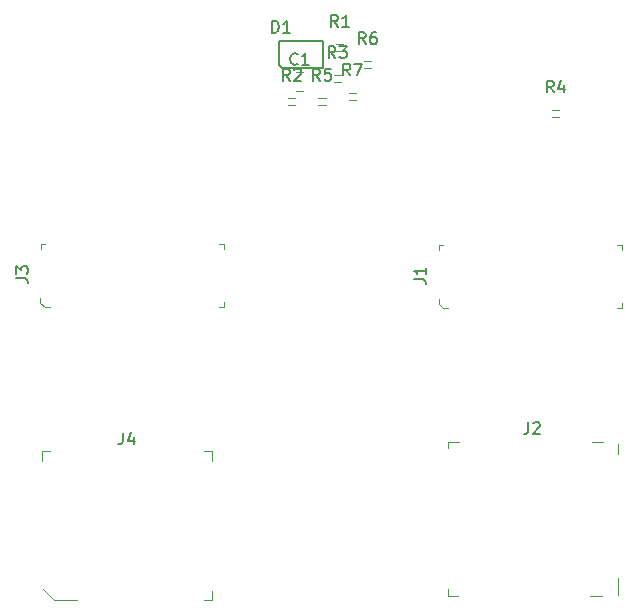
<source format=gbr>
G04 #@! TF.GenerationSoftware,KiCad,Pcbnew,5.0.2+dfsg1-1*
G04 #@! TF.CreationDate,2019-08-26T09:35:30+01:00*
G04 #@! TF.ProjectId,HDMI_SD_expansion,48444d49-5f53-4445-9f65-7870616e7369,rev?*
G04 #@! TF.SameCoordinates,Original*
G04 #@! TF.FileFunction,Legend,Top*
G04 #@! TF.FilePolarity,Positive*
%FSLAX46Y46*%
G04 Gerber Fmt 4.6, Leading zero omitted, Abs format (unit mm)*
G04 Created by KiCad (PCBNEW 5.0.2+dfsg1-1) date Mon 26 Aug 2019 09:35:30 BST*
%MOMM*%
%LPD*%
G01*
G04 APERTURE LIST*
%ADD10C,0.120000*%
%ADD11C,0.150000*%
%ADD12C,0.100000*%
G04 APERTURE END LIST*
D10*
G04 #@! TO.C,R7*
X140975001Y-80755001D02*
X141575001Y-80755001D01*
X140975001Y-80155001D02*
X141575001Y-80155001D01*
G04 #@! TO.C,R6*
X142275001Y-77505001D02*
X142875001Y-77505001D01*
X142275001Y-78105001D02*
X142875001Y-78105001D01*
G04 #@! TO.C,R5*
X138425001Y-81195001D02*
X139025001Y-81195001D01*
X138425001Y-80595001D02*
X139025001Y-80595001D01*
G04 #@! TO.C,R4*
X158200000Y-81600000D02*
X158800000Y-81600000D01*
X158200000Y-82200000D02*
X158800000Y-82200000D01*
G04 #@! TO.C,R3*
X139725001Y-79285001D02*
X140325001Y-79285001D01*
X139725001Y-78685001D02*
X140325001Y-78685001D01*
G04 #@! TO.C,R2*
X135875001Y-80595001D02*
X136475001Y-80595001D01*
X135875001Y-81195001D02*
X136475001Y-81195001D01*
G04 #@! TO.C,R1*
X139925001Y-76635001D02*
X140525001Y-76635001D01*
X139925001Y-76035001D02*
X140525001Y-76035001D01*
G04 #@! TO.C,C1*
X136505001Y-80005001D02*
X137105001Y-80005001D01*
X136525001Y-78405001D02*
X137125001Y-78405001D01*
D11*
G04 #@! TO.C,D1*
X135325001Y-78075001D02*
X135075001Y-77825001D01*
X135075001Y-77825001D02*
X135075001Y-75775001D01*
X135075001Y-75775001D02*
X138775001Y-75775001D01*
X138775001Y-75775001D02*
X138775001Y-78075001D01*
X138775001Y-78075001D02*
X135325001Y-78075001D01*
D12*
G04 #@! TO.C,J4*
X129400000Y-123100000D02*
X128700000Y-123100000D01*
X129400000Y-122350000D02*
X129400000Y-123100000D01*
X116050000Y-123100000D02*
X115100000Y-122150000D01*
X117950000Y-123100000D02*
X116050000Y-123100000D01*
X129400000Y-110500000D02*
X129400000Y-111350000D01*
X128700000Y-110500000D02*
X129400000Y-110500000D01*
X115000000Y-110500000D02*
X115700000Y-110500000D01*
X115000000Y-111350000D02*
X115000000Y-110500000D01*
G04 #@! TO.C,J2*
X150200000Y-122825000D02*
X149400000Y-122825000D01*
X149400000Y-122825000D02*
X149400000Y-122175000D01*
X149400000Y-109750000D02*
X149400000Y-110275000D01*
X163825000Y-122675000D02*
X163825000Y-121300000D01*
X162425000Y-122825000D02*
X161375000Y-122825000D01*
X150325000Y-109750000D02*
X149400000Y-109750000D01*
X162475000Y-109775000D02*
X161550000Y-109775000D01*
X163825000Y-109900000D02*
X163825000Y-110800000D01*
G04 #@! TO.C,J3*
X114900000Y-93000000D02*
X114900000Y-93400000D01*
X114900000Y-93000000D02*
X115300000Y-93000000D01*
X114890000Y-97940000D02*
X114890000Y-97510000D01*
X115250000Y-98300000D02*
X115700000Y-98300000D01*
X130400000Y-98300000D02*
X130000000Y-98300000D01*
X130400000Y-98300000D02*
X130400000Y-97900000D01*
X130400000Y-93000000D02*
X130400000Y-93400000D01*
X130400000Y-93000000D02*
X130000000Y-93000000D01*
X115250000Y-98300000D02*
X114890000Y-97940000D01*
G04 #@! TO.C,J1*
X148950000Y-98400000D02*
X148590000Y-98040000D01*
X164100000Y-93100000D02*
X163700000Y-93100000D01*
X164100000Y-93100000D02*
X164100000Y-93500000D01*
X164100000Y-98400000D02*
X164100000Y-98000000D01*
X164100000Y-98400000D02*
X163700000Y-98400000D01*
X148950000Y-98400000D02*
X149400000Y-98400000D01*
X148590000Y-98040000D02*
X148590000Y-97610000D01*
X148600000Y-93100000D02*
X149000000Y-93100000D01*
X148600000Y-93100000D02*
X148600000Y-93500000D01*
G04 #@! TO.C,R7*
D11*
X141108334Y-78707381D02*
X140775001Y-78231191D01*
X140536905Y-78707381D02*
X140536905Y-77707381D01*
X140917858Y-77707381D01*
X141013096Y-77755001D01*
X141060715Y-77802620D01*
X141108334Y-77897858D01*
X141108334Y-78040715D01*
X141060715Y-78135953D01*
X141013096Y-78183572D01*
X140917858Y-78231191D01*
X140536905Y-78231191D01*
X141441667Y-77707381D02*
X142108334Y-77707381D01*
X141679762Y-78707381D01*
G04 #@! TO.C,R6*
X142408334Y-76057381D02*
X142075001Y-75581191D01*
X141836905Y-76057381D02*
X141836905Y-75057381D01*
X142217858Y-75057381D01*
X142313096Y-75105001D01*
X142360715Y-75152620D01*
X142408334Y-75247858D01*
X142408334Y-75390715D01*
X142360715Y-75485953D01*
X142313096Y-75533572D01*
X142217858Y-75581191D01*
X141836905Y-75581191D01*
X143265477Y-75057381D02*
X143075001Y-75057381D01*
X142979762Y-75105001D01*
X142932143Y-75152620D01*
X142836905Y-75295477D01*
X142789286Y-75485953D01*
X142789286Y-75866905D01*
X142836905Y-75962143D01*
X142884524Y-76009762D01*
X142979762Y-76057381D01*
X143170239Y-76057381D01*
X143265477Y-76009762D01*
X143313096Y-75962143D01*
X143360715Y-75866905D01*
X143360715Y-75628810D01*
X143313096Y-75533572D01*
X143265477Y-75485953D01*
X143170239Y-75438334D01*
X142979762Y-75438334D01*
X142884524Y-75485953D01*
X142836905Y-75533572D01*
X142789286Y-75628810D01*
G04 #@! TO.C,R5*
X138558334Y-79147381D02*
X138225001Y-78671191D01*
X137986905Y-79147381D02*
X137986905Y-78147381D01*
X138367858Y-78147381D01*
X138463096Y-78195001D01*
X138510715Y-78242620D01*
X138558334Y-78337858D01*
X138558334Y-78480715D01*
X138510715Y-78575953D01*
X138463096Y-78623572D01*
X138367858Y-78671191D01*
X137986905Y-78671191D01*
X139463096Y-78147381D02*
X138986905Y-78147381D01*
X138939286Y-78623572D01*
X138986905Y-78575953D01*
X139082143Y-78528334D01*
X139320239Y-78528334D01*
X139415477Y-78575953D01*
X139463096Y-78623572D01*
X139510715Y-78718810D01*
X139510715Y-78956905D01*
X139463096Y-79052143D01*
X139415477Y-79099762D01*
X139320239Y-79147381D01*
X139082143Y-79147381D01*
X138986905Y-79099762D01*
X138939286Y-79052143D01*
G04 #@! TO.C,R4*
X158333333Y-80152380D02*
X158000000Y-79676190D01*
X157761904Y-80152380D02*
X157761904Y-79152380D01*
X158142857Y-79152380D01*
X158238095Y-79200000D01*
X158285714Y-79247619D01*
X158333333Y-79342857D01*
X158333333Y-79485714D01*
X158285714Y-79580952D01*
X158238095Y-79628571D01*
X158142857Y-79676190D01*
X157761904Y-79676190D01*
X159190476Y-79485714D02*
X159190476Y-80152380D01*
X158952380Y-79104761D02*
X158714285Y-79819047D01*
X159333333Y-79819047D01*
G04 #@! TO.C,R3*
X139858334Y-77237381D02*
X139525001Y-76761191D01*
X139286905Y-77237381D02*
X139286905Y-76237381D01*
X139667858Y-76237381D01*
X139763096Y-76285001D01*
X139810715Y-76332620D01*
X139858334Y-76427858D01*
X139858334Y-76570715D01*
X139810715Y-76665953D01*
X139763096Y-76713572D01*
X139667858Y-76761191D01*
X139286905Y-76761191D01*
X140191667Y-76237381D02*
X140810715Y-76237381D01*
X140477381Y-76618334D01*
X140620239Y-76618334D01*
X140715477Y-76665953D01*
X140763096Y-76713572D01*
X140810715Y-76808810D01*
X140810715Y-77046905D01*
X140763096Y-77142143D01*
X140715477Y-77189762D01*
X140620239Y-77237381D01*
X140334524Y-77237381D01*
X140239286Y-77189762D01*
X140191667Y-77142143D01*
G04 #@! TO.C,R2*
X136008334Y-79147381D02*
X135675001Y-78671191D01*
X135436905Y-79147381D02*
X135436905Y-78147381D01*
X135817858Y-78147381D01*
X135913096Y-78195001D01*
X135960715Y-78242620D01*
X136008334Y-78337858D01*
X136008334Y-78480715D01*
X135960715Y-78575953D01*
X135913096Y-78623572D01*
X135817858Y-78671191D01*
X135436905Y-78671191D01*
X136389286Y-78242620D02*
X136436905Y-78195001D01*
X136532143Y-78147381D01*
X136770239Y-78147381D01*
X136865477Y-78195001D01*
X136913096Y-78242620D01*
X136960715Y-78337858D01*
X136960715Y-78433096D01*
X136913096Y-78575953D01*
X136341667Y-79147381D01*
X136960715Y-79147381D01*
G04 #@! TO.C,R1*
X140058334Y-74587381D02*
X139725001Y-74111191D01*
X139486905Y-74587381D02*
X139486905Y-73587381D01*
X139867858Y-73587381D01*
X139963096Y-73635001D01*
X140010715Y-73682620D01*
X140058334Y-73777858D01*
X140058334Y-73920715D01*
X140010715Y-74015953D01*
X139963096Y-74063572D01*
X139867858Y-74111191D01*
X139486905Y-74111191D01*
X141010715Y-74587381D02*
X140439286Y-74587381D01*
X140725001Y-74587381D02*
X140725001Y-73587381D01*
X140629762Y-73730239D01*
X140534524Y-73825477D01*
X140439286Y-73873096D01*
G04 #@! TO.C,C1*
X136658334Y-77722143D02*
X136610715Y-77769762D01*
X136467858Y-77817381D01*
X136372620Y-77817381D01*
X136229762Y-77769762D01*
X136134524Y-77674524D01*
X136086905Y-77579286D01*
X136039286Y-77388810D01*
X136039286Y-77245953D01*
X136086905Y-77055477D01*
X136134524Y-76960239D01*
X136229762Y-76865001D01*
X136372620Y-76817381D01*
X136467858Y-76817381D01*
X136610715Y-76865001D01*
X136658334Y-76912620D01*
X137610715Y-77817381D02*
X137039286Y-77817381D01*
X137325001Y-77817381D02*
X137325001Y-76817381D01*
X137229762Y-76960239D01*
X137134524Y-77055477D01*
X137039286Y-77103096D01*
G04 #@! TO.C,D1*
X134486905Y-75077381D02*
X134486905Y-74077381D01*
X134725001Y-74077381D01*
X134867858Y-74125001D01*
X134963096Y-74220239D01*
X135010715Y-74315477D01*
X135058334Y-74505953D01*
X135058334Y-74648810D01*
X135010715Y-74839286D01*
X134963096Y-74934524D01*
X134867858Y-75029762D01*
X134725001Y-75077381D01*
X134486905Y-75077381D01*
X136010715Y-75077381D02*
X135439286Y-75077381D01*
X135725001Y-75077381D02*
X135725001Y-74077381D01*
X135629762Y-74220239D01*
X135534524Y-74315477D01*
X135439286Y-74363096D01*
G04 #@! TO.C,J4*
X121866666Y-108952380D02*
X121866666Y-109666666D01*
X121819047Y-109809523D01*
X121723809Y-109904761D01*
X121580952Y-109952380D01*
X121485714Y-109952380D01*
X122771428Y-109285714D02*
X122771428Y-109952380D01*
X122533333Y-108904761D02*
X122295238Y-109619047D01*
X122914285Y-109619047D01*
G04 #@! TO.C,J2*
X156176666Y-108072380D02*
X156176666Y-108786666D01*
X156129047Y-108929523D01*
X156033809Y-109024761D01*
X155890952Y-109072380D01*
X155795714Y-109072380D01*
X156605238Y-108167619D02*
X156652857Y-108120000D01*
X156748095Y-108072380D01*
X156986190Y-108072380D01*
X157081428Y-108120000D01*
X157129047Y-108167619D01*
X157176666Y-108262857D01*
X157176666Y-108358095D01*
X157129047Y-108500952D01*
X156557619Y-109072380D01*
X157176666Y-109072380D01*
G04 #@! TO.C,J3*
X112822380Y-95883333D02*
X113536666Y-95883333D01*
X113679523Y-95930952D01*
X113774761Y-96026190D01*
X113822380Y-96169047D01*
X113822380Y-96264285D01*
X112822380Y-95502380D02*
X112822380Y-94883333D01*
X113203333Y-95216666D01*
X113203333Y-95073809D01*
X113250952Y-94978571D01*
X113298571Y-94930952D01*
X113393809Y-94883333D01*
X113631904Y-94883333D01*
X113727142Y-94930952D01*
X113774761Y-94978571D01*
X113822380Y-95073809D01*
X113822380Y-95359523D01*
X113774761Y-95454761D01*
X113727142Y-95502380D01*
G04 #@! TO.C,J1*
X146522380Y-95983333D02*
X147236666Y-95983333D01*
X147379523Y-96030952D01*
X147474761Y-96126190D01*
X147522380Y-96269047D01*
X147522380Y-96364285D01*
X147522380Y-94983333D02*
X147522380Y-95554761D01*
X147522380Y-95269047D02*
X146522380Y-95269047D01*
X146665238Y-95364285D01*
X146760476Y-95459523D01*
X146808095Y-95554761D01*
G04 #@! TD*
M02*

</source>
